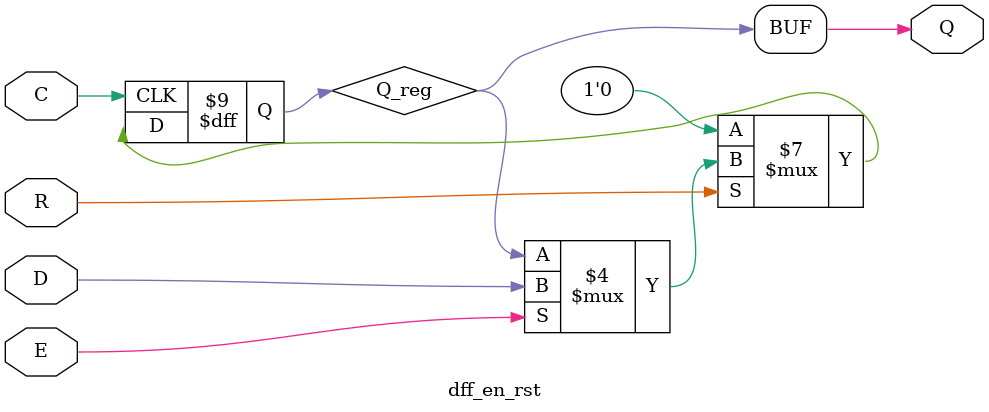
<source format=v>
module dff_en_rst (
    input D, C, E, R,
    output Q
);

reg Q_reg;

always @(posedge C) begin
    if (R == 0) begin
        Q_reg <= 0;
    end else if (E == 1) begin
        Q_reg <= D;
    end
end

assign Q = Q_reg;

endmodule
</source>
